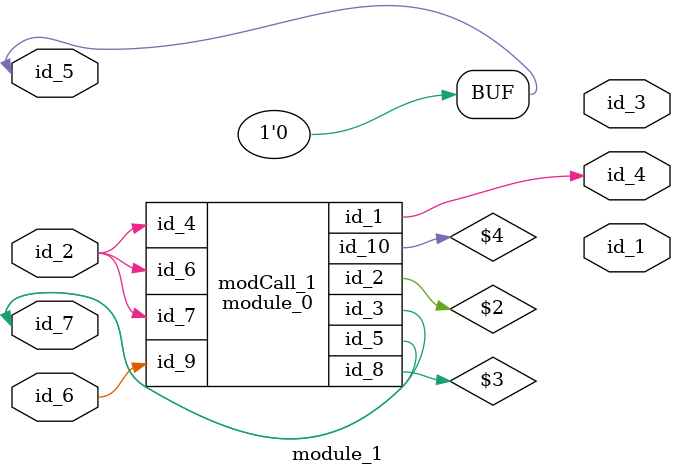
<source format=v>
module module_0 (
    id_1,
    id_2,
    id_3,
    id_4,
    id_5,
    id_6,
    id_7,
    id_8,
    id_9,
    id_10
);
  output wire id_10;
  input wire id_9;
  inout wire id_8;
  input wire id_7;
  input wire id_6;
  inout wire id_5;
  input wire id_4;
  inout wor id_3;
  inout wire id_2;
  output wire id_1;
  assign id_3 = -1;
  wire id_11, id_12;
endmodule
module module_1 (
    id_1,
    id_2,
    id_3,
    id_4,
    id_5,
    id_6,
    id_7
);
  inout wire id_7;
  input wire id_6;
  inout wand id_5;
  module_0 modCall_1 (
      id_4,
      id_5,
      id_7,
      id_2,
      id_7,
      id_2,
      id_2,
      id_5,
      id_6,
      id_5
  );
  output wire id_4;
  output wire id_3;
  input wire id_2;
  output wire id_1;
  assign id_5 = -1'b0;
endmodule

</source>
